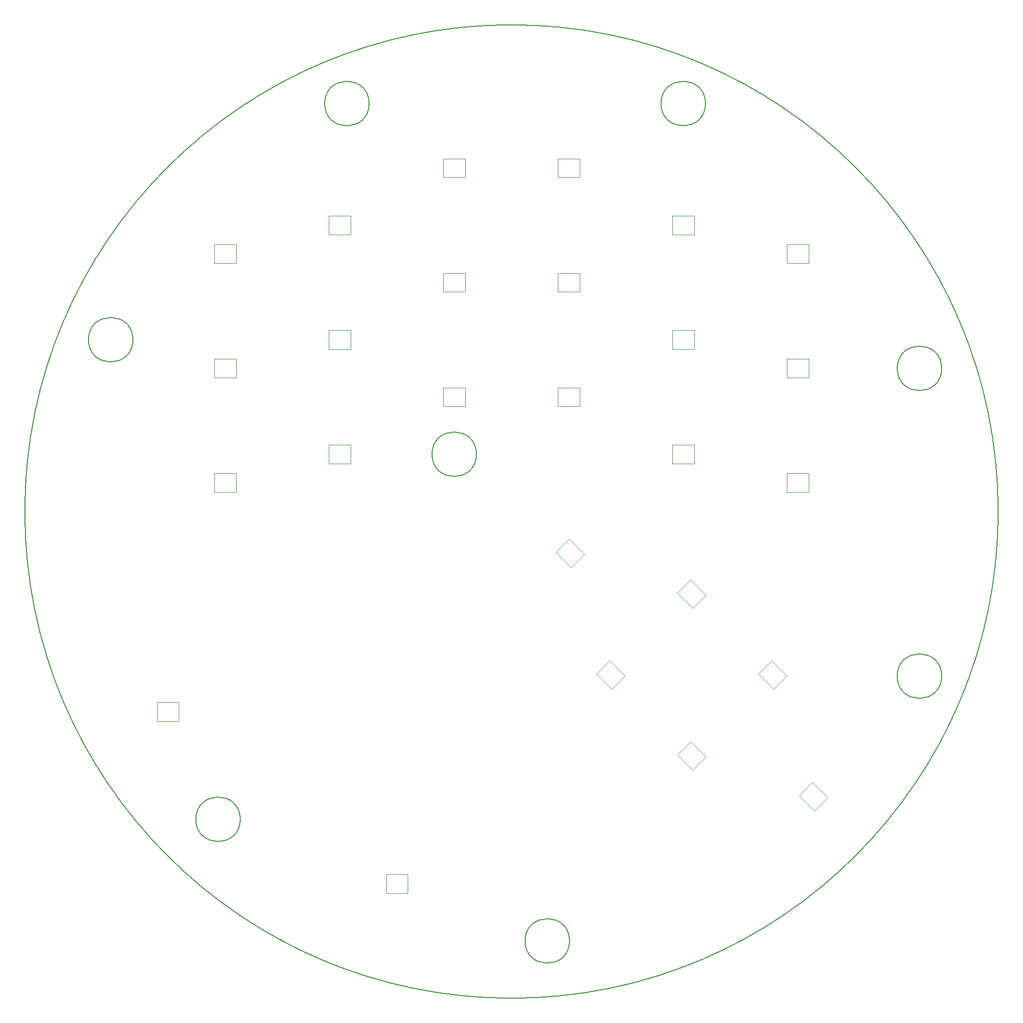
<source format=gm1>
G04 #@! TF.GenerationSoftware,KiCad,Pcbnew,(5.1.9)-1*
G04 #@! TF.CreationDate,2021-10-14T03:32:23+09:00*
G04 #@! TF.ProjectId,GraSPIntEx,47726153-5049-46e7-9445-782e6b696361,rev?*
G04 #@! TF.SameCoordinates,Original*
G04 #@! TF.FileFunction,Profile,NP*
%FSLAX46Y46*%
G04 Gerber Fmt 4.6, Leading zero omitted, Abs format (unit mm)*
G04 Created by KiCad (PCBNEW (5.1.9)-1) date 2021-10-14 03:32:23*
%MOMM*%
%LPD*%
G01*
G04 APERTURE LIST*
G04 #@! TA.AperFunction,Profile*
%ADD10C,0.150000*%
G04 #@! TD*
G04 #@! TA.AperFunction,Profile*
%ADD11C,0.120000*%
G04 #@! TD*
G04 APERTURE END LIST*
D10*
X98950000Y-85725000D02*
G75*
G03*
X98950000Y-85725000I-3700000J0D01*
G01*
X59659375Y-146446875D02*
G75*
G03*
X59659375Y-146446875I-3700000J0D01*
G01*
X114428125Y-166687500D02*
G75*
G03*
X114428125Y-166687500I-3700000J0D01*
G01*
X176340625Y-122634375D02*
G75*
G03*
X176340625Y-122634375I-3700000J0D01*
G01*
X176340625Y-71437500D02*
G75*
G03*
X176340625Y-71437500I-3700000J0D01*
G01*
X137050000Y-27384375D02*
G75*
G03*
X137050000Y-27384375I-3700000J0D01*
G01*
X81090625Y-27384375D02*
G75*
G03*
X81090625Y-27384375I-3700000J0D01*
G01*
X41800000Y-66675000D02*
G75*
G03*
X41800000Y-66675000I-3700000J0D01*
G01*
X185737500Y-95250000D02*
G75*
G03*
X185737500Y-95250000I-80962500J0D01*
G01*
D11*
G04 #@! TO.C,LED1*
X55350000Y-50837500D02*
X55350000Y-53937500D01*
X55350000Y-53937500D02*
X58950000Y-53937500D01*
X58950000Y-53937500D02*
X58950000Y-50837500D01*
X58950000Y-50837500D02*
X55350000Y-50837500D01*
G04 #@! TO.C,LED2*
X74400000Y-46075000D02*
X74400000Y-49175000D01*
X74400000Y-49175000D02*
X78000000Y-49175000D01*
X78000000Y-49175000D02*
X78000000Y-46075000D01*
X78000000Y-46075000D02*
X74400000Y-46075000D01*
G04 #@! TO.C,LED3*
X93450000Y-36550000D02*
X93450000Y-39650000D01*
X93450000Y-39650000D02*
X97050000Y-39650000D01*
X97050000Y-39650000D02*
X97050000Y-36550000D01*
X97050000Y-36550000D02*
X93450000Y-36550000D01*
G04 #@! TO.C,LED4*
X112500000Y-36550000D02*
X112500000Y-39650000D01*
X112500000Y-39650000D02*
X116100000Y-39650000D01*
X116100000Y-39650000D02*
X116100000Y-36550000D01*
X116100000Y-36550000D02*
X112500000Y-36550000D01*
G04 #@! TO.C,LED5*
X131550000Y-46075000D02*
X131550000Y-49175000D01*
X131550000Y-49175000D02*
X135150000Y-49175000D01*
X135150000Y-49175000D02*
X135150000Y-46075000D01*
X135150000Y-46075000D02*
X131550000Y-46075000D01*
G04 #@! TO.C,LED6*
X150600000Y-50837500D02*
X150600000Y-53937500D01*
X150600000Y-53937500D02*
X154200000Y-53937500D01*
X154200000Y-53937500D02*
X154200000Y-50837500D01*
X154200000Y-50837500D02*
X150600000Y-50837500D01*
G04 #@! TO.C,LED7*
X154200000Y-72987500D02*
X154200000Y-69887500D01*
X154200000Y-69887500D02*
X150600000Y-69887500D01*
X150600000Y-69887500D02*
X150600000Y-72987500D01*
X150600000Y-72987500D02*
X154200000Y-72987500D01*
G04 #@! TO.C,LED8*
X135150000Y-68225000D02*
X135150000Y-65125000D01*
X135150000Y-65125000D02*
X131550000Y-65125000D01*
X131550000Y-65125000D02*
X131550000Y-68225000D01*
X131550000Y-68225000D02*
X135150000Y-68225000D01*
G04 #@! TO.C,LED23*
X134921681Y-111328520D02*
X137113712Y-109136489D01*
X137113712Y-109136489D02*
X134568127Y-106590904D01*
X134568127Y-106590904D02*
X132376096Y-108782935D01*
X132376096Y-108782935D02*
X134921681Y-111328520D01*
G04 #@! TO.C,LED24*
X114716105Y-104593328D02*
X116908136Y-102401297D01*
X116908136Y-102401297D02*
X114362551Y-99855712D01*
X114362551Y-99855712D02*
X112170520Y-102047743D01*
X112170520Y-102047743D02*
X114716105Y-104593328D01*
G04 #@! TO.C,LED16*
X112500000Y-74650000D02*
X112500000Y-77750000D01*
X112500000Y-77750000D02*
X116100000Y-77750000D01*
X116100000Y-77750000D02*
X116100000Y-74650000D01*
X116100000Y-74650000D02*
X112500000Y-74650000D01*
G04 #@! TO.C,LED22*
X121451297Y-124798904D02*
X123643328Y-122606873D01*
X123643328Y-122606873D02*
X121097743Y-120061288D01*
X121097743Y-120061288D02*
X118905712Y-122253319D01*
X118905712Y-122253319D02*
X121451297Y-124798904D01*
G04 #@! TO.C,LED14*
X74400000Y-84175000D02*
X74400000Y-87275000D01*
X74400000Y-87275000D02*
X78000000Y-87275000D01*
X78000000Y-87275000D02*
X78000000Y-84175000D01*
X78000000Y-84175000D02*
X74400000Y-84175000D01*
G04 #@! TO.C,LED13*
X55350000Y-88937500D02*
X55350000Y-92037500D01*
X55350000Y-92037500D02*
X58950000Y-92037500D01*
X58950000Y-92037500D02*
X58950000Y-88937500D01*
X58950000Y-88937500D02*
X55350000Y-88937500D01*
G04 #@! TO.C,LED20*
X134921681Y-138269288D02*
X137113712Y-136077257D01*
X137113712Y-136077257D02*
X134568127Y-133531672D01*
X134568127Y-133531672D02*
X132376096Y-135723703D01*
X132376096Y-135723703D02*
X134921681Y-138269288D01*
G04 #@! TO.C,LED15*
X93450000Y-74650000D02*
X93450000Y-77750000D01*
X93450000Y-77750000D02*
X97050000Y-77750000D01*
X97050000Y-77750000D02*
X97050000Y-74650000D01*
X97050000Y-74650000D02*
X93450000Y-74650000D01*
G04 #@! TO.C,LED10*
X97050000Y-58700000D02*
X97050000Y-55600000D01*
X97050000Y-55600000D02*
X93450000Y-55600000D01*
X93450000Y-55600000D02*
X93450000Y-58700000D01*
X93450000Y-58700000D02*
X97050000Y-58700000D01*
G04 #@! TO.C,LED17*
X131550000Y-84175000D02*
X131550000Y-87275000D01*
X131550000Y-87275000D02*
X135150000Y-87275000D01*
X135150000Y-87275000D02*
X135150000Y-84175000D01*
X135150000Y-84175000D02*
X131550000Y-84175000D01*
G04 #@! TO.C,LED18*
X150600000Y-88937500D02*
X150600000Y-92037500D01*
X150600000Y-92037500D02*
X154200000Y-92037500D01*
X154200000Y-92037500D02*
X154200000Y-88937500D01*
X154200000Y-88937500D02*
X150600000Y-88937500D01*
G04 #@! TO.C,LED9*
X116100000Y-58700000D02*
X116100000Y-55600000D01*
X116100000Y-55600000D02*
X112500000Y-55600000D01*
X112500000Y-55600000D02*
X112500000Y-58700000D01*
X112500000Y-58700000D02*
X116100000Y-58700000D01*
G04 #@! TO.C,LED11*
X78000000Y-68225000D02*
X78000000Y-65125000D01*
X78000000Y-65125000D02*
X74400000Y-65125000D01*
X74400000Y-65125000D02*
X74400000Y-68225000D01*
X74400000Y-68225000D02*
X78000000Y-68225000D01*
G04 #@! TO.C,LED19*
X155127257Y-145004480D02*
X157319288Y-142812449D01*
X157319288Y-142812449D02*
X154773703Y-140266864D01*
X154773703Y-140266864D02*
X152581672Y-142458895D01*
X152581672Y-142458895D02*
X155127257Y-145004480D01*
G04 #@! TO.C,LED12*
X58950000Y-72987500D02*
X58950000Y-69887500D01*
X58950000Y-69887500D02*
X55350000Y-69887500D01*
X55350000Y-69887500D02*
X55350000Y-72987500D01*
X55350000Y-72987500D02*
X58950000Y-72987500D01*
G04 #@! TO.C,LED21*
X148392065Y-124798904D02*
X150584096Y-122606873D01*
X150584096Y-122606873D02*
X148038511Y-120061288D01*
X148038511Y-120061288D02*
X145846480Y-122253319D01*
X145846480Y-122253319D02*
X148392065Y-124798904D01*
G04 #@! TO.C,LED25*
X45825000Y-127037500D02*
X45825000Y-130137500D01*
X45825000Y-130137500D02*
X49425000Y-130137500D01*
X49425000Y-130137500D02*
X49425000Y-127037500D01*
X49425000Y-127037500D02*
X45825000Y-127037500D01*
G04 #@! TO.C,LED26*
X83925000Y-155612500D02*
X83925000Y-158712500D01*
X83925000Y-158712500D02*
X87525000Y-158712500D01*
X87525000Y-158712500D02*
X87525000Y-155612500D01*
X87525000Y-155612500D02*
X83925000Y-155612500D01*
G04 #@! TD*
M02*

</source>
